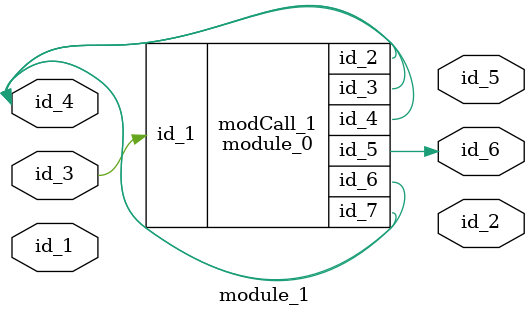
<source format=v>
module module_0 (
    id_1,
    id_2,
    id_3,
    id_4,
    id_5,
    id_6,
    id_7
);
  inout wire id_7;
  output wire id_6;
  output wire id_5;
  output wire id_4;
  output wire id_3;
  inout wire id_2;
  input wire id_1;
  assign id_5 = id_1;
  assign id_7 = 1'b0;
  wire id_8, id_9, id_10, id_11, id_12, id_13, id_14;
endmodule
module module_1 (
    id_1,
    id_2,
    id_3,
    id_4,
    id_5,
    id_6
);
  output wire id_6;
  output wire id_5;
  inout wire id_4;
  input wire id_3;
  output wire id_2;
  input wire id_1;
  assign id_2[1] = 1;
  module_0 modCall_1 (
      id_3,
      id_4,
      id_4,
      id_4,
      id_6,
      id_4,
      id_4
  );
endmodule

</source>
